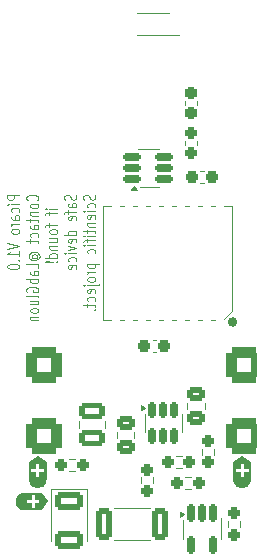
<source format=gbo>
G04 #@! TF.GenerationSoftware,KiCad,Pcbnew,9.0.3-9.0.3-0~ubuntu24.04.1*
G04 #@! TF.CreationDate,2025-08-01T09:32:50+02:00*
G04 #@! TF.ProjectId,PicoBalloon,5069636f-4261-46c6-9c6f-6f6e2e6b6963,rev?*
G04 #@! TF.SameCoordinates,Original*
G04 #@! TF.FileFunction,Legend,Bot*
G04 #@! TF.FilePolarity,Positive*
%FSLAX46Y46*%
G04 Gerber Fmt 4.6, Leading zero omitted, Abs format (unit mm)*
G04 Created by KiCad (PCBNEW 9.0.3-9.0.3-0~ubuntu24.04.1) date 2025-08-01 09:32:50*
%MOMM*%
%LPD*%
G01*
G04 APERTURE LIST*
G04 Aperture macros list*
%AMRoundRect*
0 Rectangle with rounded corners*
0 $1 Rounding radius*
0 $2 $3 $4 $5 $6 $7 $8 $9 X,Y pos of 4 corners*
0 Add a 4 corners polygon primitive as box body*
4,1,4,$2,$3,$4,$5,$6,$7,$8,$9,$2,$3,0*
0 Add four circle primitives for the rounded corners*
1,1,$1+$1,$2,$3*
1,1,$1+$1,$4,$5*
1,1,$1+$1,$6,$7*
1,1,$1+$1,$8,$9*
0 Add four rect primitives between the rounded corners*
20,1,$1+$1,$2,$3,$4,$5,0*
20,1,$1+$1,$4,$5,$6,$7,0*
20,1,$1+$1,$6,$7,$8,$9,0*
20,1,$1+$1,$8,$9,$2,$3,0*%
%AMOutline4P*
0 Free polygon, 4 corners , with rotation*
0 The origin of the aperture is its center*
0 number of corners: always 4*
0 $1 to $8 corner X, Y*
0 $9 Rotation angle, in degrees counterclockwise*
0 create outline with 4 corners*
4,1,4,$1,$2,$3,$4,$5,$6,$7,$8,$1,$2,$9*%
G04 Aperture macros list end*
%ADD10C,0.125000*%
%ADD11C,0.120000*%
%ADD12C,0.000000*%
%ADD13C,0.403553*%
%ADD14R,1.700000X1.700000*%
%ADD15C,1.700000*%
%ADD16R,1.350000X1.350000*%
%ADD17C,1.350000*%
%ADD18RoundRect,0.150000X-0.150000X0.512500X-0.150000X-0.512500X0.150000X-0.512500X0.150000X0.512500X0*%
%ADD19RoundRect,0.237500X0.250000X0.237500X-0.250000X0.237500X-0.250000X-0.237500X0.250000X-0.237500X0*%
%ADD20RoundRect,0.237500X-0.237500X0.250000X-0.237500X-0.250000X0.237500X-0.250000X0.237500X0.250000X0*%
%ADD21RoundRect,0.237500X0.237500X-0.287500X0.237500X0.287500X-0.237500X0.287500X-0.237500X-0.287500X0*%
%ADD22RoundRect,0.237500X0.300000X0.237500X-0.300000X0.237500X-0.300000X-0.237500X0.300000X-0.237500X0*%
%ADD23Outline4P,-0.400000X-0.325000X0.400000X-0.325000X0.400000X0.325000X-0.400000X0.325000X0.000000*%
%ADD24Outline4P,-0.400000X-0.800000X0.400000X-0.800000X0.400000X0.800000X-0.400000X0.800000X0.000000*%
%ADD25RoundRect,0.162500X-0.162500X0.617500X-0.162500X-0.617500X0.162500X-0.617500X0.162500X0.617500X0*%
%ADD26RoundRect,0.250000X0.475000X-0.337500X0.475000X0.337500X-0.475000X0.337500X-0.475000X-0.337500X0*%
%ADD27RoundRect,0.237500X-0.250000X-0.237500X0.250000X-0.237500X0.250000X0.237500X-0.250000X0.237500X0*%
%ADD28RoundRect,0.450000X-1.050000X1.050000X-1.050000X-1.050000X1.050000X-1.050000X1.050000X1.050000X0*%
%ADD29R,0.800000X1.800000*%
%ADD30RoundRect,0.249999X0.450001X1.075001X-0.450001X1.075001X-0.450001X-1.075001X0.450001X-1.075001X0*%
%ADD31RoundRect,0.250001X-0.944999X0.507499X-0.944999X-0.507499X0.944999X-0.507499X0.944999X0.507499X0*%
%ADD32RoundRect,0.237500X0.237500X-0.300000X0.237500X0.300000X-0.237500X0.300000X-0.237500X-0.300000X0*%
%ADD33RoundRect,0.162500X-0.617500X-0.162500X0.617500X-0.162500X0.617500X0.162500X-0.617500X0.162500X0*%
%ADD34RoundRect,0.250001X0.849999X-0.462499X0.849999X0.462499X-0.849999X0.462499X-0.849999X-0.462499X0*%
G04 APERTURE END LIST*
D10*
X139431343Y-94260807D02*
X138431343Y-94260807D01*
X138431343Y-94260807D02*
X138431343Y-94546521D01*
X138431343Y-94546521D02*
X138478962Y-94617950D01*
X138478962Y-94617950D02*
X138526581Y-94653664D01*
X138526581Y-94653664D02*
X138621819Y-94689378D01*
X138621819Y-94689378D02*
X138764676Y-94689378D01*
X138764676Y-94689378D02*
X138859914Y-94653664D01*
X138859914Y-94653664D02*
X138907533Y-94617950D01*
X138907533Y-94617950D02*
X138955152Y-94546521D01*
X138955152Y-94546521D02*
X138955152Y-94260807D01*
X139431343Y-95010807D02*
X138764676Y-95010807D01*
X138383724Y-95082236D02*
X138526581Y-94975093D01*
X139383724Y-95689379D02*
X139431343Y-95617950D01*
X139431343Y-95617950D02*
X139431343Y-95475093D01*
X139431343Y-95475093D02*
X139383724Y-95403664D01*
X139383724Y-95403664D02*
X139336104Y-95367950D01*
X139336104Y-95367950D02*
X139240866Y-95332236D01*
X139240866Y-95332236D02*
X138955152Y-95332236D01*
X138955152Y-95332236D02*
X138859914Y-95367950D01*
X138859914Y-95367950D02*
X138812295Y-95403664D01*
X138812295Y-95403664D02*
X138764676Y-95475093D01*
X138764676Y-95475093D02*
X138764676Y-95617950D01*
X138764676Y-95617950D02*
X138812295Y-95689379D01*
X139431343Y-96332236D02*
X138907533Y-96332236D01*
X138907533Y-96332236D02*
X138812295Y-96296521D01*
X138812295Y-96296521D02*
X138764676Y-96225093D01*
X138764676Y-96225093D02*
X138764676Y-96082236D01*
X138764676Y-96082236D02*
X138812295Y-96010807D01*
X139383724Y-96332236D02*
X139431343Y-96260807D01*
X139431343Y-96260807D02*
X139431343Y-96082236D01*
X139431343Y-96082236D02*
X139383724Y-96010807D01*
X139383724Y-96010807D02*
X139288485Y-95975093D01*
X139288485Y-95975093D02*
X139193247Y-95975093D01*
X139193247Y-95975093D02*
X139098009Y-96010807D01*
X139098009Y-96010807D02*
X139050390Y-96082236D01*
X139050390Y-96082236D02*
X139050390Y-96260807D01*
X139050390Y-96260807D02*
X139002771Y-96332236D01*
X139431343Y-96689378D02*
X138764676Y-96689378D01*
X138955152Y-96689378D02*
X138859914Y-96725092D01*
X138859914Y-96725092D02*
X138812295Y-96760807D01*
X138812295Y-96760807D02*
X138764676Y-96832235D01*
X138764676Y-96832235D02*
X138764676Y-96903664D01*
X139431343Y-97260807D02*
X139383724Y-97189378D01*
X139383724Y-97189378D02*
X139336104Y-97153664D01*
X139336104Y-97153664D02*
X139240866Y-97117950D01*
X139240866Y-97117950D02*
X138955152Y-97117950D01*
X138955152Y-97117950D02*
X138859914Y-97153664D01*
X138859914Y-97153664D02*
X138812295Y-97189378D01*
X138812295Y-97189378D02*
X138764676Y-97260807D01*
X138764676Y-97260807D02*
X138764676Y-97367950D01*
X138764676Y-97367950D02*
X138812295Y-97439378D01*
X138812295Y-97439378D02*
X138859914Y-97475093D01*
X138859914Y-97475093D02*
X138955152Y-97510807D01*
X138955152Y-97510807D02*
X139240866Y-97510807D01*
X139240866Y-97510807D02*
X139336104Y-97475093D01*
X139336104Y-97475093D02*
X139383724Y-97439378D01*
X139383724Y-97439378D02*
X139431343Y-97367950D01*
X139431343Y-97367950D02*
X139431343Y-97260807D01*
X138431343Y-98296521D02*
X139431343Y-98546521D01*
X139431343Y-98546521D02*
X138431343Y-98796521D01*
X139431343Y-99439378D02*
X139431343Y-99010807D01*
X139431343Y-99225092D02*
X138431343Y-99225092D01*
X138431343Y-99225092D02*
X138574200Y-99153664D01*
X138574200Y-99153664D02*
X138669438Y-99082235D01*
X138669438Y-99082235D02*
X138717057Y-99010807D01*
X139336104Y-99760807D02*
X139383724Y-99796521D01*
X139383724Y-99796521D02*
X139431343Y-99760807D01*
X139431343Y-99760807D02*
X139383724Y-99725093D01*
X139383724Y-99725093D02*
X139336104Y-99760807D01*
X139336104Y-99760807D02*
X139431343Y-99760807D01*
X138431343Y-100260807D02*
X138431343Y-100332236D01*
X138431343Y-100332236D02*
X138478962Y-100403664D01*
X138478962Y-100403664D02*
X138526581Y-100439379D01*
X138526581Y-100439379D02*
X138621819Y-100475093D01*
X138621819Y-100475093D02*
X138812295Y-100510807D01*
X138812295Y-100510807D02*
X139050390Y-100510807D01*
X139050390Y-100510807D02*
X139240866Y-100475093D01*
X139240866Y-100475093D02*
X139336104Y-100439379D01*
X139336104Y-100439379D02*
X139383724Y-100403664D01*
X139383724Y-100403664D02*
X139431343Y-100332236D01*
X139431343Y-100332236D02*
X139431343Y-100260807D01*
X139431343Y-100260807D02*
X139383724Y-100189379D01*
X139383724Y-100189379D02*
X139336104Y-100153664D01*
X139336104Y-100153664D02*
X139240866Y-100117950D01*
X139240866Y-100117950D02*
X139050390Y-100082236D01*
X139050390Y-100082236D02*
X138812295Y-100082236D01*
X138812295Y-100082236D02*
X138621819Y-100117950D01*
X138621819Y-100117950D02*
X138526581Y-100153664D01*
X138526581Y-100153664D02*
X138478962Y-100189379D01*
X138478962Y-100189379D02*
X138431343Y-100260807D01*
X140946048Y-94689378D02*
X140993668Y-94653664D01*
X140993668Y-94653664D02*
X141041287Y-94546521D01*
X141041287Y-94546521D02*
X141041287Y-94475093D01*
X141041287Y-94475093D02*
X140993668Y-94367950D01*
X140993668Y-94367950D02*
X140898429Y-94296521D01*
X140898429Y-94296521D02*
X140803191Y-94260807D01*
X140803191Y-94260807D02*
X140612715Y-94225093D01*
X140612715Y-94225093D02*
X140469858Y-94225093D01*
X140469858Y-94225093D02*
X140279382Y-94260807D01*
X140279382Y-94260807D02*
X140184144Y-94296521D01*
X140184144Y-94296521D02*
X140088906Y-94367950D01*
X140088906Y-94367950D02*
X140041287Y-94475093D01*
X140041287Y-94475093D02*
X140041287Y-94546521D01*
X140041287Y-94546521D02*
X140088906Y-94653664D01*
X140088906Y-94653664D02*
X140136525Y-94689378D01*
X141041287Y-95117950D02*
X140993668Y-95046521D01*
X140993668Y-95046521D02*
X140946048Y-95010807D01*
X140946048Y-95010807D02*
X140850810Y-94975093D01*
X140850810Y-94975093D02*
X140565096Y-94975093D01*
X140565096Y-94975093D02*
X140469858Y-95010807D01*
X140469858Y-95010807D02*
X140422239Y-95046521D01*
X140422239Y-95046521D02*
X140374620Y-95117950D01*
X140374620Y-95117950D02*
X140374620Y-95225093D01*
X140374620Y-95225093D02*
X140422239Y-95296521D01*
X140422239Y-95296521D02*
X140469858Y-95332236D01*
X140469858Y-95332236D02*
X140565096Y-95367950D01*
X140565096Y-95367950D02*
X140850810Y-95367950D01*
X140850810Y-95367950D02*
X140946048Y-95332236D01*
X140946048Y-95332236D02*
X140993668Y-95296521D01*
X140993668Y-95296521D02*
X141041287Y-95225093D01*
X141041287Y-95225093D02*
X141041287Y-95117950D01*
X140374620Y-95689378D02*
X141041287Y-95689378D01*
X140469858Y-95689378D02*
X140422239Y-95725092D01*
X140422239Y-95725092D02*
X140374620Y-95796521D01*
X140374620Y-95796521D02*
X140374620Y-95903664D01*
X140374620Y-95903664D02*
X140422239Y-95975092D01*
X140422239Y-95975092D02*
X140517477Y-96010807D01*
X140517477Y-96010807D02*
X141041287Y-96010807D01*
X140374620Y-96260806D02*
X140374620Y-96546520D01*
X140041287Y-96367949D02*
X140898429Y-96367949D01*
X140898429Y-96367949D02*
X140993668Y-96403663D01*
X140993668Y-96403663D02*
X141041287Y-96475092D01*
X141041287Y-96475092D02*
X141041287Y-96546520D01*
X141041287Y-97117949D02*
X140517477Y-97117949D01*
X140517477Y-97117949D02*
X140422239Y-97082234D01*
X140422239Y-97082234D02*
X140374620Y-97010806D01*
X140374620Y-97010806D02*
X140374620Y-96867949D01*
X140374620Y-96867949D02*
X140422239Y-96796520D01*
X140993668Y-97117949D02*
X141041287Y-97046520D01*
X141041287Y-97046520D02*
X141041287Y-96867949D01*
X141041287Y-96867949D02*
X140993668Y-96796520D01*
X140993668Y-96796520D02*
X140898429Y-96760806D01*
X140898429Y-96760806D02*
X140803191Y-96760806D01*
X140803191Y-96760806D02*
X140707953Y-96796520D01*
X140707953Y-96796520D02*
X140660334Y-96867949D01*
X140660334Y-96867949D02*
X140660334Y-97046520D01*
X140660334Y-97046520D02*
X140612715Y-97117949D01*
X140993668Y-97796520D02*
X141041287Y-97725091D01*
X141041287Y-97725091D02*
X141041287Y-97582234D01*
X141041287Y-97582234D02*
X140993668Y-97510805D01*
X140993668Y-97510805D02*
X140946048Y-97475091D01*
X140946048Y-97475091D02*
X140850810Y-97439377D01*
X140850810Y-97439377D02*
X140565096Y-97439377D01*
X140565096Y-97439377D02*
X140469858Y-97475091D01*
X140469858Y-97475091D02*
X140422239Y-97510805D01*
X140422239Y-97510805D02*
X140374620Y-97582234D01*
X140374620Y-97582234D02*
X140374620Y-97725091D01*
X140374620Y-97725091D02*
X140422239Y-97796520D01*
X140374620Y-98010805D02*
X140374620Y-98296519D01*
X140041287Y-98117948D02*
X140898429Y-98117948D01*
X140898429Y-98117948D02*
X140993668Y-98153662D01*
X140993668Y-98153662D02*
X141041287Y-98225091D01*
X141041287Y-98225091D02*
X141041287Y-98296519D01*
X140565096Y-99582234D02*
X140517477Y-99546519D01*
X140517477Y-99546519D02*
X140469858Y-99475091D01*
X140469858Y-99475091D02*
X140469858Y-99403662D01*
X140469858Y-99403662D02*
X140517477Y-99332234D01*
X140517477Y-99332234D02*
X140565096Y-99296519D01*
X140565096Y-99296519D02*
X140660334Y-99260805D01*
X140660334Y-99260805D02*
X140755572Y-99260805D01*
X140755572Y-99260805D02*
X140850810Y-99296519D01*
X140850810Y-99296519D02*
X140898429Y-99332234D01*
X140898429Y-99332234D02*
X140946048Y-99403662D01*
X140946048Y-99403662D02*
X140946048Y-99475091D01*
X140946048Y-99475091D02*
X140898429Y-99546519D01*
X140898429Y-99546519D02*
X140850810Y-99582234D01*
X140469858Y-99582234D02*
X140850810Y-99582234D01*
X140850810Y-99582234D02*
X140898429Y-99617948D01*
X140898429Y-99617948D02*
X140898429Y-99653662D01*
X140898429Y-99653662D02*
X140850810Y-99725091D01*
X140850810Y-99725091D02*
X140755572Y-99760805D01*
X140755572Y-99760805D02*
X140517477Y-99760805D01*
X140517477Y-99760805D02*
X140374620Y-99689377D01*
X140374620Y-99689377D02*
X140279382Y-99582234D01*
X140279382Y-99582234D02*
X140231763Y-99439377D01*
X140231763Y-99439377D02*
X140279382Y-99296519D01*
X140279382Y-99296519D02*
X140374620Y-99189377D01*
X140374620Y-99189377D02*
X140517477Y-99117948D01*
X140517477Y-99117948D02*
X140707953Y-99082234D01*
X140707953Y-99082234D02*
X140898429Y-99117948D01*
X140898429Y-99117948D02*
X141041287Y-99189377D01*
X141041287Y-99189377D02*
X141136525Y-99296519D01*
X141136525Y-99296519D02*
X141184144Y-99439377D01*
X141184144Y-99439377D02*
X141136525Y-99582234D01*
X141136525Y-99582234D02*
X141041287Y-99689377D01*
X141041287Y-100439377D02*
X141041287Y-100082234D01*
X141041287Y-100082234D02*
X140041287Y-100082234D01*
X141041287Y-101010806D02*
X140517477Y-101010806D01*
X140517477Y-101010806D02*
X140422239Y-100975091D01*
X140422239Y-100975091D02*
X140374620Y-100903663D01*
X140374620Y-100903663D02*
X140374620Y-100760806D01*
X140374620Y-100760806D02*
X140422239Y-100689377D01*
X140993668Y-101010806D02*
X141041287Y-100939377D01*
X141041287Y-100939377D02*
X141041287Y-100760806D01*
X141041287Y-100760806D02*
X140993668Y-100689377D01*
X140993668Y-100689377D02*
X140898429Y-100653663D01*
X140898429Y-100653663D02*
X140803191Y-100653663D01*
X140803191Y-100653663D02*
X140707953Y-100689377D01*
X140707953Y-100689377D02*
X140660334Y-100760806D01*
X140660334Y-100760806D02*
X140660334Y-100939377D01*
X140660334Y-100939377D02*
X140612715Y-101010806D01*
X141041287Y-101367948D02*
X140041287Y-101367948D01*
X140422239Y-101367948D02*
X140374620Y-101439377D01*
X140374620Y-101439377D02*
X140374620Y-101582234D01*
X140374620Y-101582234D02*
X140422239Y-101653662D01*
X140422239Y-101653662D02*
X140469858Y-101689377D01*
X140469858Y-101689377D02*
X140565096Y-101725091D01*
X140565096Y-101725091D02*
X140850810Y-101725091D01*
X140850810Y-101725091D02*
X140946048Y-101689377D01*
X140946048Y-101689377D02*
X140993668Y-101653662D01*
X140993668Y-101653662D02*
X141041287Y-101582234D01*
X141041287Y-101582234D02*
X141041287Y-101439377D01*
X141041287Y-101439377D02*
X140993668Y-101367948D01*
X140088906Y-102439376D02*
X140041287Y-102367948D01*
X140041287Y-102367948D02*
X140041287Y-102260805D01*
X140041287Y-102260805D02*
X140088906Y-102153662D01*
X140088906Y-102153662D02*
X140184144Y-102082233D01*
X140184144Y-102082233D02*
X140279382Y-102046519D01*
X140279382Y-102046519D02*
X140469858Y-102010805D01*
X140469858Y-102010805D02*
X140612715Y-102010805D01*
X140612715Y-102010805D02*
X140803191Y-102046519D01*
X140803191Y-102046519D02*
X140898429Y-102082233D01*
X140898429Y-102082233D02*
X140993668Y-102153662D01*
X140993668Y-102153662D02*
X141041287Y-102260805D01*
X141041287Y-102260805D02*
X141041287Y-102332233D01*
X141041287Y-102332233D02*
X140993668Y-102439376D01*
X140993668Y-102439376D02*
X140946048Y-102475090D01*
X140946048Y-102475090D02*
X140612715Y-102475090D01*
X140612715Y-102475090D02*
X140612715Y-102332233D01*
X141041287Y-102903662D02*
X140993668Y-102832233D01*
X140993668Y-102832233D02*
X140898429Y-102796519D01*
X140898429Y-102796519D02*
X140041287Y-102796519D01*
X140374620Y-103510805D02*
X141041287Y-103510805D01*
X140374620Y-103189376D02*
X140898429Y-103189376D01*
X140898429Y-103189376D02*
X140993668Y-103225090D01*
X140993668Y-103225090D02*
X141041287Y-103296519D01*
X141041287Y-103296519D02*
X141041287Y-103403662D01*
X141041287Y-103403662D02*
X140993668Y-103475090D01*
X140993668Y-103475090D02*
X140946048Y-103510805D01*
X141041287Y-103975090D02*
X140993668Y-103903661D01*
X140993668Y-103903661D02*
X140946048Y-103867947D01*
X140946048Y-103867947D02*
X140850810Y-103832233D01*
X140850810Y-103832233D02*
X140565096Y-103832233D01*
X140565096Y-103832233D02*
X140469858Y-103867947D01*
X140469858Y-103867947D02*
X140422239Y-103903661D01*
X140422239Y-103903661D02*
X140374620Y-103975090D01*
X140374620Y-103975090D02*
X140374620Y-104082233D01*
X140374620Y-104082233D02*
X140422239Y-104153661D01*
X140422239Y-104153661D02*
X140469858Y-104189376D01*
X140469858Y-104189376D02*
X140565096Y-104225090D01*
X140565096Y-104225090D02*
X140850810Y-104225090D01*
X140850810Y-104225090D02*
X140946048Y-104189376D01*
X140946048Y-104189376D02*
X140993668Y-104153661D01*
X140993668Y-104153661D02*
X141041287Y-104082233D01*
X141041287Y-104082233D02*
X141041287Y-103975090D01*
X140374620Y-104546518D02*
X141041287Y-104546518D01*
X140469858Y-104546518D02*
X140422239Y-104582232D01*
X140422239Y-104582232D02*
X140374620Y-104653661D01*
X140374620Y-104653661D02*
X140374620Y-104760804D01*
X140374620Y-104760804D02*
X140422239Y-104832232D01*
X140422239Y-104832232D02*
X140517477Y-104867947D01*
X140517477Y-104867947D02*
X141041287Y-104867947D01*
X142651231Y-95403665D02*
X141984564Y-95403665D01*
X141651231Y-95403665D02*
X141698850Y-95367951D01*
X141698850Y-95367951D02*
X141746469Y-95403665D01*
X141746469Y-95403665D02*
X141698850Y-95439379D01*
X141698850Y-95439379D02*
X141651231Y-95403665D01*
X141651231Y-95403665D02*
X141746469Y-95403665D01*
X141984564Y-95653665D02*
X141984564Y-95939379D01*
X142651231Y-95760808D02*
X141794088Y-95760808D01*
X141794088Y-95760808D02*
X141698850Y-95796522D01*
X141698850Y-95796522D02*
X141651231Y-95867951D01*
X141651231Y-95867951D02*
X141651231Y-95939379D01*
X141984564Y-96653665D02*
X141984564Y-96939379D01*
X142651231Y-96760808D02*
X141794088Y-96760808D01*
X141794088Y-96760808D02*
X141698850Y-96796522D01*
X141698850Y-96796522D02*
X141651231Y-96867951D01*
X141651231Y-96867951D02*
X141651231Y-96939379D01*
X142651231Y-97296522D02*
X142603612Y-97225093D01*
X142603612Y-97225093D02*
X142555992Y-97189379D01*
X142555992Y-97189379D02*
X142460754Y-97153665D01*
X142460754Y-97153665D02*
X142175040Y-97153665D01*
X142175040Y-97153665D02*
X142079802Y-97189379D01*
X142079802Y-97189379D02*
X142032183Y-97225093D01*
X142032183Y-97225093D02*
X141984564Y-97296522D01*
X141984564Y-97296522D02*
X141984564Y-97403665D01*
X141984564Y-97403665D02*
X142032183Y-97475093D01*
X142032183Y-97475093D02*
X142079802Y-97510808D01*
X142079802Y-97510808D02*
X142175040Y-97546522D01*
X142175040Y-97546522D02*
X142460754Y-97546522D01*
X142460754Y-97546522D02*
X142555992Y-97510808D01*
X142555992Y-97510808D02*
X142603612Y-97475093D01*
X142603612Y-97475093D02*
X142651231Y-97403665D01*
X142651231Y-97403665D02*
X142651231Y-97296522D01*
X141984564Y-98189379D02*
X142651231Y-98189379D01*
X141984564Y-97867950D02*
X142508373Y-97867950D01*
X142508373Y-97867950D02*
X142603612Y-97903664D01*
X142603612Y-97903664D02*
X142651231Y-97975093D01*
X142651231Y-97975093D02*
X142651231Y-98082236D01*
X142651231Y-98082236D02*
X142603612Y-98153664D01*
X142603612Y-98153664D02*
X142555992Y-98189379D01*
X141984564Y-98546521D02*
X142651231Y-98546521D01*
X142079802Y-98546521D02*
X142032183Y-98582235D01*
X142032183Y-98582235D02*
X141984564Y-98653664D01*
X141984564Y-98653664D02*
X141984564Y-98760807D01*
X141984564Y-98760807D02*
X142032183Y-98832235D01*
X142032183Y-98832235D02*
X142127421Y-98867950D01*
X142127421Y-98867950D02*
X142651231Y-98867950D01*
X142651231Y-99546521D02*
X141651231Y-99546521D01*
X142603612Y-99546521D02*
X142651231Y-99475092D01*
X142651231Y-99475092D02*
X142651231Y-99332235D01*
X142651231Y-99332235D02*
X142603612Y-99260806D01*
X142603612Y-99260806D02*
X142555992Y-99225092D01*
X142555992Y-99225092D02*
X142460754Y-99189378D01*
X142460754Y-99189378D02*
X142175040Y-99189378D01*
X142175040Y-99189378D02*
X142079802Y-99225092D01*
X142079802Y-99225092D02*
X142032183Y-99260806D01*
X142032183Y-99260806D02*
X141984564Y-99332235D01*
X141984564Y-99332235D02*
X141984564Y-99475092D01*
X141984564Y-99475092D02*
X142032183Y-99546521D01*
X142555992Y-99903663D02*
X142603612Y-99939377D01*
X142603612Y-99939377D02*
X142651231Y-99903663D01*
X142651231Y-99903663D02*
X142603612Y-99867949D01*
X142603612Y-99867949D02*
X142555992Y-99903663D01*
X142555992Y-99903663D02*
X142651231Y-99903663D01*
X142270278Y-99903663D02*
X141698850Y-99867949D01*
X141698850Y-99867949D02*
X141651231Y-99903663D01*
X141651231Y-99903663D02*
X141698850Y-99939377D01*
X141698850Y-99939377D02*
X142270278Y-99903663D01*
X142270278Y-99903663D02*
X141651231Y-99903663D01*
X144213556Y-94225093D02*
X144261175Y-94332236D01*
X144261175Y-94332236D02*
X144261175Y-94510807D01*
X144261175Y-94510807D02*
X144213556Y-94582236D01*
X144213556Y-94582236D02*
X144165936Y-94617950D01*
X144165936Y-94617950D02*
X144070698Y-94653664D01*
X144070698Y-94653664D02*
X143975460Y-94653664D01*
X143975460Y-94653664D02*
X143880222Y-94617950D01*
X143880222Y-94617950D02*
X143832603Y-94582236D01*
X143832603Y-94582236D02*
X143784984Y-94510807D01*
X143784984Y-94510807D02*
X143737365Y-94367950D01*
X143737365Y-94367950D02*
X143689746Y-94296521D01*
X143689746Y-94296521D02*
X143642127Y-94260807D01*
X143642127Y-94260807D02*
X143546889Y-94225093D01*
X143546889Y-94225093D02*
X143451651Y-94225093D01*
X143451651Y-94225093D02*
X143356413Y-94260807D01*
X143356413Y-94260807D02*
X143308794Y-94296521D01*
X143308794Y-94296521D02*
X143261175Y-94367950D01*
X143261175Y-94367950D02*
X143261175Y-94546521D01*
X143261175Y-94546521D02*
X143308794Y-94653664D01*
X144261175Y-95296522D02*
X143737365Y-95296522D01*
X143737365Y-95296522D02*
X143642127Y-95260807D01*
X143642127Y-95260807D02*
X143594508Y-95189379D01*
X143594508Y-95189379D02*
X143594508Y-95046522D01*
X143594508Y-95046522D02*
X143642127Y-94975093D01*
X144213556Y-95296522D02*
X144261175Y-95225093D01*
X144261175Y-95225093D02*
X144261175Y-95046522D01*
X144261175Y-95046522D02*
X144213556Y-94975093D01*
X144213556Y-94975093D02*
X144118317Y-94939379D01*
X144118317Y-94939379D02*
X144023079Y-94939379D01*
X144023079Y-94939379D02*
X143927841Y-94975093D01*
X143927841Y-94975093D02*
X143880222Y-95046522D01*
X143880222Y-95046522D02*
X143880222Y-95225093D01*
X143880222Y-95225093D02*
X143832603Y-95296522D01*
X143594508Y-95546521D02*
X143594508Y-95832235D01*
X144261175Y-95653664D02*
X143404032Y-95653664D01*
X143404032Y-95653664D02*
X143308794Y-95689378D01*
X143308794Y-95689378D02*
X143261175Y-95760807D01*
X143261175Y-95760807D02*
X143261175Y-95832235D01*
X144213556Y-96367949D02*
X144261175Y-96296521D01*
X144261175Y-96296521D02*
X144261175Y-96153664D01*
X144261175Y-96153664D02*
X144213556Y-96082235D01*
X144213556Y-96082235D02*
X144118317Y-96046521D01*
X144118317Y-96046521D02*
X143737365Y-96046521D01*
X143737365Y-96046521D02*
X143642127Y-96082235D01*
X143642127Y-96082235D02*
X143594508Y-96153664D01*
X143594508Y-96153664D02*
X143594508Y-96296521D01*
X143594508Y-96296521D02*
X143642127Y-96367949D01*
X143642127Y-96367949D02*
X143737365Y-96403664D01*
X143737365Y-96403664D02*
X143832603Y-96403664D01*
X143832603Y-96403664D02*
X143927841Y-96046521D01*
X144261175Y-97617950D02*
X143261175Y-97617950D01*
X144213556Y-97617950D02*
X144261175Y-97546521D01*
X144261175Y-97546521D02*
X144261175Y-97403664D01*
X144261175Y-97403664D02*
X144213556Y-97332235D01*
X144213556Y-97332235D02*
X144165936Y-97296521D01*
X144165936Y-97296521D02*
X144070698Y-97260807D01*
X144070698Y-97260807D02*
X143784984Y-97260807D01*
X143784984Y-97260807D02*
X143689746Y-97296521D01*
X143689746Y-97296521D02*
X143642127Y-97332235D01*
X143642127Y-97332235D02*
X143594508Y-97403664D01*
X143594508Y-97403664D02*
X143594508Y-97546521D01*
X143594508Y-97546521D02*
X143642127Y-97617950D01*
X144213556Y-98260806D02*
X144261175Y-98189378D01*
X144261175Y-98189378D02*
X144261175Y-98046521D01*
X144261175Y-98046521D02*
X144213556Y-97975092D01*
X144213556Y-97975092D02*
X144118317Y-97939378D01*
X144118317Y-97939378D02*
X143737365Y-97939378D01*
X143737365Y-97939378D02*
X143642127Y-97975092D01*
X143642127Y-97975092D02*
X143594508Y-98046521D01*
X143594508Y-98046521D02*
X143594508Y-98189378D01*
X143594508Y-98189378D02*
X143642127Y-98260806D01*
X143642127Y-98260806D02*
X143737365Y-98296521D01*
X143737365Y-98296521D02*
X143832603Y-98296521D01*
X143832603Y-98296521D02*
X143927841Y-97939378D01*
X143594508Y-98546520D02*
X144261175Y-98725092D01*
X144261175Y-98725092D02*
X143594508Y-98903663D01*
X144261175Y-99189378D02*
X143594508Y-99189378D01*
X143261175Y-99189378D02*
X143308794Y-99153664D01*
X143308794Y-99153664D02*
X143356413Y-99189378D01*
X143356413Y-99189378D02*
X143308794Y-99225092D01*
X143308794Y-99225092D02*
X143261175Y-99189378D01*
X143261175Y-99189378D02*
X143356413Y-99189378D01*
X144213556Y-99867950D02*
X144261175Y-99796521D01*
X144261175Y-99796521D02*
X144261175Y-99653664D01*
X144261175Y-99653664D02*
X144213556Y-99582235D01*
X144213556Y-99582235D02*
X144165936Y-99546521D01*
X144165936Y-99546521D02*
X144070698Y-99510807D01*
X144070698Y-99510807D02*
X143784984Y-99510807D01*
X143784984Y-99510807D02*
X143689746Y-99546521D01*
X143689746Y-99546521D02*
X143642127Y-99582235D01*
X143642127Y-99582235D02*
X143594508Y-99653664D01*
X143594508Y-99653664D02*
X143594508Y-99796521D01*
X143594508Y-99796521D02*
X143642127Y-99867950D01*
X144213556Y-100475092D02*
X144261175Y-100403664D01*
X144261175Y-100403664D02*
X144261175Y-100260807D01*
X144261175Y-100260807D02*
X144213556Y-100189378D01*
X144213556Y-100189378D02*
X144118317Y-100153664D01*
X144118317Y-100153664D02*
X143737365Y-100153664D01*
X143737365Y-100153664D02*
X143642127Y-100189378D01*
X143642127Y-100189378D02*
X143594508Y-100260807D01*
X143594508Y-100260807D02*
X143594508Y-100403664D01*
X143594508Y-100403664D02*
X143642127Y-100475092D01*
X143642127Y-100475092D02*
X143737365Y-100510807D01*
X143737365Y-100510807D02*
X143832603Y-100510807D01*
X143832603Y-100510807D02*
X143927841Y-100153664D01*
X145823500Y-94225093D02*
X145871119Y-94332236D01*
X145871119Y-94332236D02*
X145871119Y-94510807D01*
X145871119Y-94510807D02*
X145823500Y-94582236D01*
X145823500Y-94582236D02*
X145775880Y-94617950D01*
X145775880Y-94617950D02*
X145680642Y-94653664D01*
X145680642Y-94653664D02*
X145585404Y-94653664D01*
X145585404Y-94653664D02*
X145490166Y-94617950D01*
X145490166Y-94617950D02*
X145442547Y-94582236D01*
X145442547Y-94582236D02*
X145394928Y-94510807D01*
X145394928Y-94510807D02*
X145347309Y-94367950D01*
X145347309Y-94367950D02*
X145299690Y-94296521D01*
X145299690Y-94296521D02*
X145252071Y-94260807D01*
X145252071Y-94260807D02*
X145156833Y-94225093D01*
X145156833Y-94225093D02*
X145061595Y-94225093D01*
X145061595Y-94225093D02*
X144966357Y-94260807D01*
X144966357Y-94260807D02*
X144918738Y-94296521D01*
X144918738Y-94296521D02*
X144871119Y-94367950D01*
X144871119Y-94367950D02*
X144871119Y-94546521D01*
X144871119Y-94546521D02*
X144918738Y-94653664D01*
X145823500Y-95296522D02*
X145871119Y-95225093D01*
X145871119Y-95225093D02*
X145871119Y-95082236D01*
X145871119Y-95082236D02*
X145823500Y-95010807D01*
X145823500Y-95010807D02*
X145775880Y-94975093D01*
X145775880Y-94975093D02*
X145680642Y-94939379D01*
X145680642Y-94939379D02*
X145394928Y-94939379D01*
X145394928Y-94939379D02*
X145299690Y-94975093D01*
X145299690Y-94975093D02*
X145252071Y-95010807D01*
X145252071Y-95010807D02*
X145204452Y-95082236D01*
X145204452Y-95082236D02*
X145204452Y-95225093D01*
X145204452Y-95225093D02*
X145252071Y-95296522D01*
X145871119Y-95617950D02*
X145204452Y-95617950D01*
X144871119Y-95617950D02*
X144918738Y-95582236D01*
X144918738Y-95582236D02*
X144966357Y-95617950D01*
X144966357Y-95617950D02*
X144918738Y-95653664D01*
X144918738Y-95653664D02*
X144871119Y-95617950D01*
X144871119Y-95617950D02*
X144966357Y-95617950D01*
X145823500Y-96260807D02*
X145871119Y-96189379D01*
X145871119Y-96189379D02*
X145871119Y-96046522D01*
X145871119Y-96046522D02*
X145823500Y-95975093D01*
X145823500Y-95975093D02*
X145728261Y-95939379D01*
X145728261Y-95939379D02*
X145347309Y-95939379D01*
X145347309Y-95939379D02*
X145252071Y-95975093D01*
X145252071Y-95975093D02*
X145204452Y-96046522D01*
X145204452Y-96046522D02*
X145204452Y-96189379D01*
X145204452Y-96189379D02*
X145252071Y-96260807D01*
X145252071Y-96260807D02*
X145347309Y-96296522D01*
X145347309Y-96296522D02*
X145442547Y-96296522D01*
X145442547Y-96296522D02*
X145537785Y-95939379D01*
X145204452Y-96617950D02*
X145871119Y-96617950D01*
X145299690Y-96617950D02*
X145252071Y-96653664D01*
X145252071Y-96653664D02*
X145204452Y-96725093D01*
X145204452Y-96725093D02*
X145204452Y-96832236D01*
X145204452Y-96832236D02*
X145252071Y-96903664D01*
X145252071Y-96903664D02*
X145347309Y-96939379D01*
X145347309Y-96939379D02*
X145871119Y-96939379D01*
X145204452Y-97189378D02*
X145204452Y-97475092D01*
X144871119Y-97296521D02*
X145728261Y-97296521D01*
X145728261Y-97296521D02*
X145823500Y-97332235D01*
X145823500Y-97332235D02*
X145871119Y-97403664D01*
X145871119Y-97403664D02*
X145871119Y-97475092D01*
X145871119Y-97725092D02*
X145204452Y-97725092D01*
X144871119Y-97725092D02*
X144918738Y-97689378D01*
X144918738Y-97689378D02*
X144966357Y-97725092D01*
X144966357Y-97725092D02*
X144918738Y-97760806D01*
X144918738Y-97760806D02*
X144871119Y-97725092D01*
X144871119Y-97725092D02*
X144966357Y-97725092D01*
X145204452Y-97975092D02*
X145204452Y-98260806D01*
X145871119Y-98082235D02*
X145013976Y-98082235D01*
X145013976Y-98082235D02*
X144918738Y-98117949D01*
X144918738Y-98117949D02*
X144871119Y-98189378D01*
X144871119Y-98189378D02*
X144871119Y-98260806D01*
X145871119Y-98510806D02*
X145204452Y-98510806D01*
X144871119Y-98510806D02*
X144918738Y-98475092D01*
X144918738Y-98475092D02*
X144966357Y-98510806D01*
X144966357Y-98510806D02*
X144918738Y-98546520D01*
X144918738Y-98546520D02*
X144871119Y-98510806D01*
X144871119Y-98510806D02*
X144966357Y-98510806D01*
X145823500Y-99189378D02*
X145871119Y-99117949D01*
X145871119Y-99117949D02*
X145871119Y-98975092D01*
X145871119Y-98975092D02*
X145823500Y-98903663D01*
X145823500Y-98903663D02*
X145775880Y-98867949D01*
X145775880Y-98867949D02*
X145680642Y-98832235D01*
X145680642Y-98832235D02*
X145394928Y-98832235D01*
X145394928Y-98832235D02*
X145299690Y-98867949D01*
X145299690Y-98867949D02*
X145252071Y-98903663D01*
X145252071Y-98903663D02*
X145204452Y-98975092D01*
X145204452Y-98975092D02*
X145204452Y-99117949D01*
X145204452Y-99117949D02*
X145252071Y-99189378D01*
X145204452Y-100082235D02*
X146204452Y-100082235D01*
X145252071Y-100082235D02*
X145204452Y-100153664D01*
X145204452Y-100153664D02*
X145204452Y-100296521D01*
X145204452Y-100296521D02*
X145252071Y-100367949D01*
X145252071Y-100367949D02*
X145299690Y-100403664D01*
X145299690Y-100403664D02*
X145394928Y-100439378D01*
X145394928Y-100439378D02*
X145680642Y-100439378D01*
X145680642Y-100439378D02*
X145775880Y-100403664D01*
X145775880Y-100403664D02*
X145823500Y-100367949D01*
X145823500Y-100367949D02*
X145871119Y-100296521D01*
X145871119Y-100296521D02*
X145871119Y-100153664D01*
X145871119Y-100153664D02*
X145823500Y-100082235D01*
X145871119Y-100760806D02*
X145204452Y-100760806D01*
X145394928Y-100760806D02*
X145299690Y-100796520D01*
X145299690Y-100796520D02*
X145252071Y-100832235D01*
X145252071Y-100832235D02*
X145204452Y-100903663D01*
X145204452Y-100903663D02*
X145204452Y-100975092D01*
X145871119Y-101332235D02*
X145823500Y-101260806D01*
X145823500Y-101260806D02*
X145775880Y-101225092D01*
X145775880Y-101225092D02*
X145680642Y-101189378D01*
X145680642Y-101189378D02*
X145394928Y-101189378D01*
X145394928Y-101189378D02*
X145299690Y-101225092D01*
X145299690Y-101225092D02*
X145252071Y-101260806D01*
X145252071Y-101260806D02*
X145204452Y-101332235D01*
X145204452Y-101332235D02*
X145204452Y-101439378D01*
X145204452Y-101439378D02*
X145252071Y-101510806D01*
X145252071Y-101510806D02*
X145299690Y-101546521D01*
X145299690Y-101546521D02*
X145394928Y-101582235D01*
X145394928Y-101582235D02*
X145680642Y-101582235D01*
X145680642Y-101582235D02*
X145775880Y-101546521D01*
X145775880Y-101546521D02*
X145823500Y-101510806D01*
X145823500Y-101510806D02*
X145871119Y-101439378D01*
X145871119Y-101439378D02*
X145871119Y-101332235D01*
X145204452Y-101903663D02*
X146061595Y-101903663D01*
X146061595Y-101903663D02*
X146156833Y-101867949D01*
X146156833Y-101867949D02*
X146204452Y-101796520D01*
X146204452Y-101796520D02*
X146204452Y-101760806D01*
X144871119Y-101903663D02*
X144918738Y-101867949D01*
X144918738Y-101867949D02*
X144966357Y-101903663D01*
X144966357Y-101903663D02*
X144918738Y-101939377D01*
X144918738Y-101939377D02*
X144871119Y-101903663D01*
X144871119Y-101903663D02*
X144966357Y-101903663D01*
X145823500Y-102546520D02*
X145871119Y-102475092D01*
X145871119Y-102475092D02*
X145871119Y-102332235D01*
X145871119Y-102332235D02*
X145823500Y-102260806D01*
X145823500Y-102260806D02*
X145728261Y-102225092D01*
X145728261Y-102225092D02*
X145347309Y-102225092D01*
X145347309Y-102225092D02*
X145252071Y-102260806D01*
X145252071Y-102260806D02*
X145204452Y-102332235D01*
X145204452Y-102332235D02*
X145204452Y-102475092D01*
X145204452Y-102475092D02*
X145252071Y-102546520D01*
X145252071Y-102546520D02*
X145347309Y-102582235D01*
X145347309Y-102582235D02*
X145442547Y-102582235D01*
X145442547Y-102582235D02*
X145537785Y-102225092D01*
X145823500Y-103225092D02*
X145871119Y-103153663D01*
X145871119Y-103153663D02*
X145871119Y-103010806D01*
X145871119Y-103010806D02*
X145823500Y-102939377D01*
X145823500Y-102939377D02*
X145775880Y-102903663D01*
X145775880Y-102903663D02*
X145680642Y-102867949D01*
X145680642Y-102867949D02*
X145394928Y-102867949D01*
X145394928Y-102867949D02*
X145299690Y-102903663D01*
X145299690Y-102903663D02*
X145252071Y-102939377D01*
X145252071Y-102939377D02*
X145204452Y-103010806D01*
X145204452Y-103010806D02*
X145204452Y-103153663D01*
X145204452Y-103153663D02*
X145252071Y-103225092D01*
X145204452Y-103439377D02*
X145204452Y-103725091D01*
X144871119Y-103546520D02*
X145728261Y-103546520D01*
X145728261Y-103546520D02*
X145823500Y-103582234D01*
X145823500Y-103582234D02*
X145871119Y-103653663D01*
X145871119Y-103653663D02*
X145871119Y-103725091D01*
X145775880Y-103975091D02*
X145823500Y-104010805D01*
X145823500Y-104010805D02*
X145871119Y-103975091D01*
X145871119Y-103975091D02*
X145823500Y-103939377D01*
X145823500Y-103939377D02*
X145775880Y-103975091D01*
X145775880Y-103975091D02*
X145871119Y-103975091D01*
D11*
G04 #@! TO.C,U5*
X150051000Y-113551500D02*
X150051000Y-112751500D01*
X150051000Y-113551500D02*
X150051000Y-114351500D01*
X153171000Y-113551500D02*
X153171000Y-112751500D01*
X153171000Y-113551500D02*
X153171000Y-114351500D01*
X150101000Y-112251500D02*
X149771000Y-112491500D01*
X149771000Y-112011500D01*
X150101000Y-112251500D01*
G36*
X150101000Y-112251500D02*
G01*
X149771000Y-112491500D01*
X149771000Y-112011500D01*
X150101000Y-112251500D01*
G37*
G04 #@! TO.C,R2*
X153957724Y-118098500D02*
X153448276Y-118098500D01*
X153957724Y-119143500D02*
X153448276Y-119143500D01*
G04 #@! TO.C,R11*
X157077500Y-121845276D02*
X157077500Y-122354724D01*
X158122500Y-121845276D02*
X158122500Y-122354724D01*
G04 #@! TO.C,L1*
X153490000Y-90016267D02*
X153490000Y-89673733D01*
X154510000Y-90016267D02*
X154510000Y-89673733D01*
G04 #@! TO.C,C2*
X155046267Y-92190000D02*
X154753733Y-92190000D01*
X155046267Y-93210000D02*
X154753733Y-93210000D01*
G04 #@! TO.C,R8*
X154880500Y-115715276D02*
X154880500Y-116224724D01*
X155925500Y-115715276D02*
X155925500Y-116224724D01*
G04 #@! TO.C,R9*
X153173224Y-116336500D02*
X152663776Y-116336500D01*
X153173224Y-117381500D02*
X152663776Y-117381500D01*
G04 #@! TO.C,AE1*
X149400000Y-78875000D02*
X152125000Y-78875000D01*
X149400000Y-80725000D02*
X152950000Y-80725000D01*
G04 #@! TO.C,U6*
X153290000Y-122600000D02*
X153290000Y-121800000D01*
X153290000Y-122600000D02*
X153290000Y-123400000D01*
X156510000Y-121600000D02*
X156510000Y-123400000D01*
X153340000Y-121300000D02*
X153010000Y-121540000D01*
X153010000Y-121060000D01*
X153340000Y-121300000D01*
G36*
X153340000Y-121300000D02*
G01*
X153010000Y-121540000D01*
X153010000Y-121060000D01*
X153340000Y-121300000D01*
G37*
G04 #@! TO.C,C13*
X147701000Y-114812752D02*
X147701000Y-114290248D01*
X149171000Y-114812752D02*
X149171000Y-114290248D01*
G04 #@! TO.C,R7*
X149752500Y-118166276D02*
X149752500Y-118675724D01*
X150797500Y-118166276D02*
X150797500Y-118675724D01*
G04 #@! TO.C,R1*
X143645276Y-116577500D02*
X144154724Y-116577500D01*
X143645276Y-117622500D02*
X144154724Y-117622500D01*
D12*
G04 #@! TO.C,kibuzzard-688BBDB2*
G36*
X140752760Y-119454039D02*
G01*
X141374125Y-119454039D01*
X141374327Y-119454039D01*
X141871634Y-120200000D01*
X141374327Y-120945961D01*
X141374125Y-120945961D01*
X139874529Y-120945961D01*
X139874327Y-120945961D01*
X139728797Y-120931628D01*
X139588860Y-120889178D01*
X139459893Y-120820244D01*
X139346853Y-120727474D01*
X139254083Y-120614434D01*
X139185149Y-120485467D01*
X139142699Y-120345530D01*
X139128366Y-120200000D01*
X139140419Y-120077625D01*
X140115442Y-120077625D01*
X140115442Y-120322375D01*
X140495894Y-120322375D01*
X140495894Y-120744023D01*
X140752760Y-120744023D01*
X140752760Y-120322375D01*
X141133212Y-120322375D01*
X141133212Y-120077625D01*
X140752760Y-120077625D01*
X140752760Y-119655977D01*
X140495894Y-119655977D01*
X140495894Y-120077625D01*
X140115442Y-120077625D01*
X139140419Y-120077625D01*
X139142699Y-120054470D01*
X139185149Y-119914533D01*
X139254083Y-119785566D01*
X139346853Y-119672526D01*
X139459893Y-119579756D01*
X139588860Y-119510822D01*
X139728797Y-119468372D01*
X139874327Y-119454039D01*
X139874529Y-119454039D01*
X140752760Y-119454039D01*
G37*
D11*
G04 #@! TO.C,U1*
X146550000Y-95150000D02*
X146550000Y-104850000D01*
X146550000Y-104850000D02*
X156650000Y-104850000D01*
X156650000Y-104850000D02*
X157450000Y-104050000D01*
X157450000Y-95150000D02*
X146550000Y-95150000D01*
X157450000Y-104050000D02*
X157450000Y-95150000D01*
D13*
X157701776Y-105000000D02*
G75*
G02*
X157298224Y-105000000I-201776J0D01*
G01*
X157298224Y-105000000D02*
G75*
G02*
X157701776Y-105000000I201776J0D01*
G01*
D11*
G04 #@! TO.C,R10*
X150511064Y-120740000D02*
X147456936Y-120740000D01*
X150511064Y-123460000D02*
X147456936Y-123460000D01*
G04 #@! TO.C,C15*
X142140000Y-119155000D02*
X145160000Y-119155000D01*
X142140000Y-123550000D02*
X142140000Y-119155000D01*
X145160000Y-119155000D02*
X145160000Y-123550000D01*
G04 #@! TO.C,C14*
X153668000Y-112382252D02*
X153668000Y-111859748D01*
X155138000Y-112382252D02*
X155138000Y-111859748D01*
G04 #@! TO.C,C5*
X153490000Y-86616267D02*
X153490000Y-86323733D01*
X154510000Y-86616267D02*
X154510000Y-86323733D01*
D12*
G04 #@! TO.C,kibuzzard-688BBDB2*
G36*
X159045961Y-116825673D02*
G01*
X159045961Y-116825875D01*
X159045961Y-118325471D01*
X159045961Y-118325673D01*
X159031628Y-118471203D01*
X158989178Y-118611140D01*
X158920244Y-118740107D01*
X158827474Y-118853147D01*
X158714434Y-118945917D01*
X158585467Y-119014851D01*
X158445530Y-119057301D01*
X158300000Y-119071634D01*
X158154470Y-119057301D01*
X158014533Y-119014851D01*
X157885566Y-118945917D01*
X157772526Y-118853147D01*
X157679756Y-118740107D01*
X157610822Y-118611140D01*
X157568372Y-118471203D01*
X157554039Y-118325673D01*
X157554039Y-118325471D01*
X157554039Y-117704106D01*
X157755977Y-117704106D01*
X158177625Y-117704106D01*
X158177625Y-118084558D01*
X158422375Y-118084558D01*
X158422375Y-117704106D01*
X158844023Y-117704106D01*
X158844023Y-117447240D01*
X158422375Y-117447240D01*
X158422375Y-117066788D01*
X158177625Y-117066788D01*
X158177625Y-117447240D01*
X157755977Y-117447240D01*
X157755977Y-117704106D01*
X157554039Y-117704106D01*
X157554039Y-117447240D01*
X157554039Y-116825875D01*
X157554039Y-116825673D01*
X158300000Y-116328366D01*
X159045961Y-116825673D01*
G37*
G36*
X141745961Y-116825673D02*
G01*
X141745961Y-116825875D01*
X141745961Y-118325471D01*
X141745961Y-118325673D01*
X141731628Y-118471203D01*
X141689178Y-118611140D01*
X141620244Y-118740107D01*
X141527474Y-118853147D01*
X141414434Y-118945917D01*
X141285467Y-119014851D01*
X141145530Y-119057301D01*
X141000000Y-119071634D01*
X140854470Y-119057301D01*
X140714533Y-119014851D01*
X140585566Y-118945917D01*
X140472526Y-118853147D01*
X140379756Y-118740107D01*
X140310822Y-118611140D01*
X140268372Y-118471203D01*
X140254039Y-118325673D01*
X140254039Y-118325471D01*
X140254039Y-117704106D01*
X140455977Y-117704106D01*
X140877625Y-117704106D01*
X140877625Y-118084558D01*
X141122375Y-118084558D01*
X141122375Y-117704106D01*
X141544023Y-117704106D01*
X141544023Y-117447240D01*
X141122375Y-117447240D01*
X141122375Y-117066788D01*
X140877625Y-117066788D01*
X140877625Y-117447240D01*
X140455977Y-117447240D01*
X140455977Y-117704106D01*
X140254039Y-117704106D01*
X140254039Y-117447240D01*
X140254039Y-116825875D01*
X140254039Y-116825673D01*
X141000000Y-116328366D01*
X141745961Y-116825673D01*
G37*
D11*
G04 #@! TO.C,U2*
X149450000Y-90340000D02*
X151250000Y-90340000D01*
X150450000Y-93560000D02*
X149650000Y-93560000D01*
X150450000Y-93560000D02*
X151250000Y-93560000D01*
X149390000Y-93840000D02*
X148910000Y-93840000D01*
X149150000Y-93510000D01*
X149390000Y-93840000D01*
G36*
X149390000Y-93840000D02*
G01*
X148910000Y-93840000D01*
X149150000Y-93510000D01*
X149390000Y-93840000D01*
G37*
G04 #@! TO.C,C1*
X151008767Y-106490000D02*
X150716233Y-106490000D01*
X151008767Y-107510000D02*
X150716233Y-107510000D01*
G04 #@! TO.C,L2*
X144466000Y-113945252D02*
X144466000Y-113422748D01*
X146686000Y-113945252D02*
X146686000Y-113422748D01*
G04 #@! TD*
%LPC*%
D14*
G04 #@! TO.C,J4*
X159200000Y-101080000D03*
D15*
X159200000Y-98540000D03*
X159200000Y-96000000D03*
X159200000Y-93460000D03*
G04 #@! TD*
D16*
G04 #@! TO.C,J3*
X161900000Y-124700000D03*
D17*
X161900000Y-122700000D03*
G04 #@! TD*
D18*
G04 #@! TO.C,U5*
X150661000Y-112414000D03*
X151611000Y-112414000D03*
X152561000Y-112414000D03*
X152561000Y-114689000D03*
X151611000Y-114689000D03*
X150661000Y-114689000D03*
G04 #@! TD*
D19*
G04 #@! TO.C,R2*
X154615500Y-118621000D03*
X152790500Y-118621000D03*
G04 #@! TD*
D20*
G04 #@! TO.C,R11*
X157600000Y-121187500D03*
X157600000Y-123012500D03*
G04 #@! TD*
D21*
G04 #@! TO.C,L1*
X154000000Y-90720000D03*
X154000000Y-88970000D03*
G04 #@! TD*
D22*
G04 #@! TO.C,C2*
X155762500Y-92700000D03*
X154037500Y-92700000D03*
G04 #@! TD*
D20*
G04 #@! TO.C,R8*
X155403000Y-115057500D03*
X155403000Y-116882500D03*
G04 #@! TD*
D19*
G04 #@! TO.C,R9*
X153831000Y-116859000D03*
X152006000Y-116859000D03*
G04 #@! TD*
D23*
G04 #@! TO.C,AE1*
X152600000Y-80300000D03*
D24*
X149400000Y-79800000D03*
D23*
X152600000Y-79300000D03*
G04 #@! TD*
D25*
G04 #@! TO.C,U6*
X153950000Y-121150000D03*
X154900000Y-121150000D03*
X155850000Y-121150000D03*
X155850000Y-123850000D03*
X153950000Y-123850000D03*
G04 #@! TD*
D26*
G04 #@! TO.C,C13*
X148436000Y-115589000D03*
X148436000Y-113514000D03*
G04 #@! TD*
D20*
G04 #@! TO.C,R7*
X150275000Y-117508500D03*
X150275000Y-119333500D03*
G04 #@! TD*
D27*
G04 #@! TO.C,R1*
X142987500Y-117100000D03*
X144812500Y-117100000D03*
G04 #@! TD*
D28*
G04 #@! TO.C,J2*
X158500000Y-108621000D03*
X158500000Y-114621000D03*
G04 #@! TD*
D29*
G04 #@! TO.C,U1*
X156400000Y-104850000D03*
X155300000Y-104850000D03*
X154200000Y-104850000D03*
X153100000Y-104850000D03*
X152000000Y-104850000D03*
X150900000Y-104850000D03*
X149800000Y-104850000D03*
X148700000Y-104850000D03*
X147600000Y-104850000D03*
X147600000Y-95150000D03*
X148700000Y-95150000D03*
X149800000Y-95150000D03*
X150900000Y-95150000D03*
X152000000Y-95150000D03*
X153100000Y-95150000D03*
X154200000Y-95150000D03*
X155300000Y-95150000D03*
X156400000Y-95150000D03*
G04 #@! TD*
D30*
G04 #@! TO.C,R10*
X151384000Y-122100000D03*
X146584000Y-122100000D03*
G04 #@! TD*
D31*
G04 #@! TO.C,C15*
X143650000Y-120172500D03*
X143650000Y-123427500D03*
G04 #@! TD*
D26*
G04 #@! TO.C,C14*
X154403000Y-113158500D03*
X154403000Y-111083500D03*
G04 #@! TD*
D32*
G04 #@! TO.C,C5*
X154000000Y-87332500D03*
X154000000Y-85607500D03*
G04 #@! TD*
D33*
G04 #@! TO.C,U2*
X149000000Y-92900000D03*
X149000000Y-91950000D03*
X149000000Y-91000000D03*
X151700000Y-91000000D03*
X151700000Y-91950000D03*
X151700000Y-92900000D03*
G04 #@! TD*
D22*
G04 #@! TO.C,C1*
X151725000Y-107000000D03*
X150000000Y-107000000D03*
G04 #@! TD*
D34*
G04 #@! TO.C,L2*
X145576000Y-114846500D03*
X145576000Y-112521500D03*
G04 #@! TD*
D28*
G04 #@! TO.C,J1*
X141500000Y-108621000D03*
X141500000Y-114621000D03*
G04 #@! TD*
%LPD*%
M02*

</source>
